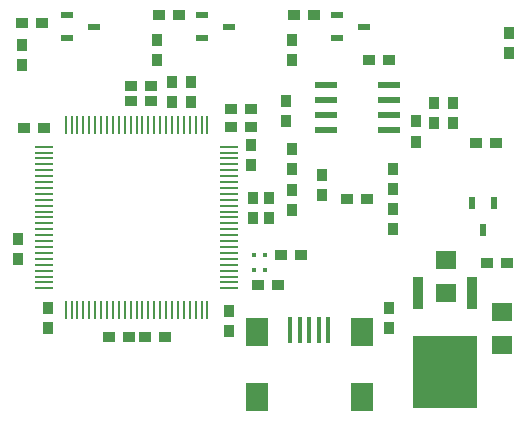
<source format=gbr>
G04 DipTrace 2.4.0.2*
%INTopPaste.gbr*%
%MOIN*%
%ADD50R,0.0177X0.0177*%
%ADD52R,0.0767X0.0216*%
%ADD54R,0.2165X0.2401*%
%ADD56R,0.0374X0.1063*%
%ADD58R,0.0059X0.061*%
%ADD60R,0.061X0.0059*%
%ADD66R,0.0767X0.0964*%
%ADD68R,0.0177X0.0886*%
%ADD72R,0.0236X0.0393*%
%ADD74R,0.0393X0.0236*%
%ADD80R,0.0689X0.061*%
%ADD82R,0.0374X0.0413*%
%ADD84R,0.0413X0.0374*%
%FSLAX44Y44*%
G04*
G70*
G90*
G75*
G01*
%LNTopPaste*%
%LPD*%
D84*
X5687Y13687D3*
X5018D3*
X8579Y14588D3*
X9248D3*
X8579Y15088D3*
X9248D3*
X12579Y13713D3*
X11909D3*
D82*
X17187Y7687D3*
Y7018D3*
X12656Y10687D3*
Y11356D3*
X13187Y10687D3*
Y11356D3*
X11829Y7588D3*
Y6918D3*
D84*
X7829Y6713D3*
X8498D3*
X9704D3*
X9034D3*
D80*
X20937Y6437D3*
Y7539D3*
X19062Y8187D3*
Y9289D3*
D84*
X20437Y9187D3*
X21106D3*
D82*
X5812Y7687D3*
Y7018D3*
X14937Y11437D3*
Y12106D3*
D84*
X12562Y14312D3*
X11893D3*
D82*
X13748Y13913D3*
Y14583D3*
D84*
X17187Y15937D3*
X16518D3*
D82*
X18062Y13231D3*
Y13901D3*
X19312Y13856D3*
Y14526D3*
X18687Y13856D3*
Y14526D3*
D84*
X13562Y9437D3*
X14231D3*
X12812Y8437D3*
X13481D3*
D74*
X15437Y17437D3*
Y16689D3*
X16343Y17063D3*
X10937Y17437D3*
Y16689D3*
X11843Y17063D3*
X6437Y17437D3*
Y16689D3*
X7343Y17063D3*
D72*
X20687Y11187D3*
X19939D3*
X20313Y10281D3*
D68*
X13886Y6937D3*
X14201D3*
X14516D3*
X14831D3*
X15146D3*
D66*
X12764Y6898D3*
X16268D3*
X12764Y4732D3*
X16268D3*
D82*
X21187Y16187D3*
Y16856D3*
X13937Y15937D3*
Y16606D3*
D84*
X14687Y17437D3*
X14018D3*
D82*
X9437Y15937D3*
Y16606D3*
D84*
X10187Y17437D3*
X9518D3*
D82*
X4937Y16437D3*
Y15768D3*
D84*
Y17187D3*
X5606D3*
D82*
X17312Y10981D3*
Y10312D3*
Y12312D3*
Y11643D3*
D84*
X16437Y11312D3*
X15768D3*
D82*
X13937Y12312D3*
Y12981D3*
Y10937D3*
Y11606D3*
X4812Y9312D3*
Y9981D3*
X12562Y12437D3*
Y13106D3*
X10562Y14562D3*
Y15231D3*
X9937Y14562D3*
Y15231D3*
D84*
X20062Y13187D3*
X20731D3*
D60*
X5687Y13062D3*
Y12865D3*
Y12668D3*
Y12471D3*
Y12275D3*
Y12078D3*
Y11881D3*
Y11684D3*
Y11487D3*
Y11290D3*
Y11094D3*
Y10897D3*
Y10700D3*
Y10503D3*
Y10306D3*
Y10109D3*
Y9912D3*
Y9716D3*
Y9519D3*
Y9322D3*
Y9125D3*
Y8928D3*
Y8731D3*
Y8534D3*
Y8338D3*
D58*
X6396Y7629D3*
X6593D3*
X6789D3*
X6986D3*
X7183D3*
X7380D3*
X7577D3*
X7774D3*
X7970D3*
X8167D3*
X8364D3*
X8561D3*
X8758D3*
X8955D3*
X9152D3*
X9348D3*
X9545D3*
X9742D3*
X9939D3*
X10136D3*
X10333D3*
X10530D3*
X10726D3*
X10923D3*
X11120D3*
D60*
X11829Y8338D3*
Y8534D3*
Y8731D3*
Y8928D3*
Y9125D3*
Y9322D3*
Y9519D3*
Y9716D3*
Y9912D3*
Y10109D3*
Y10306D3*
Y10503D3*
Y10700D3*
Y10897D3*
Y11094D3*
Y11290D3*
Y11487D3*
Y11684D3*
Y11881D3*
Y12078D3*
Y12275D3*
Y12471D3*
Y12668D3*
Y12865D3*
Y13062D3*
D58*
X11120Y13771D3*
X10923D3*
X10726D3*
X10530D3*
X10333D3*
X10136D3*
X9939D3*
X9742D3*
X9545D3*
X9348D3*
X9152D3*
X8955D3*
X8758D3*
X8561D3*
X8364D3*
X8167D3*
X7970D3*
X7774D3*
X7577D3*
X7380D3*
X7183D3*
X6986D3*
X6789D3*
X6593D3*
X6396D3*
D56*
X19937Y8187D3*
X18142D3*
D54*
X19039Y5549D3*
D52*
X15062Y15106D3*
Y14606D3*
Y14106D3*
Y13606D3*
X17188D3*
Y14106D3*
Y14606D3*
Y15106D3*
D50*
X12687Y8937D3*
X13041Y9449D3*
X12687D3*
X13041Y8937D3*
M02*

</source>
